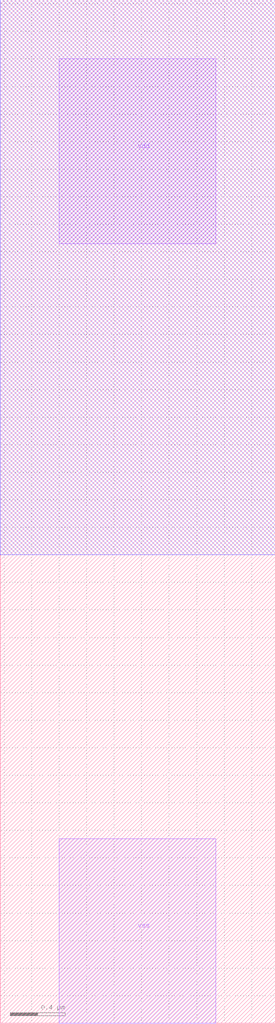
<source format=lef>
VERSION 5.7 ;
  NOWIREEXTENSIONATPIN ON ;
  DIVIDERCHAR "/" ;
  BUSBITCHARS "[]" ;
MACRO fill
  CLASS BLOCK ;
  FOREIGN fill ;
  ORIGIN 0.430 0.000 ;
  SIZE 2.000 BY 7.430 ;
  PIN vdd
    PORT
      LAYER Metal1 ;
        RECT 0.000 5.660 1.140 7.000 ;
    END
  END vdd
  PIN vss
    PORT
      LAYER Metal1 ;
        RECT 0.000 0.000 1.140 1.340 ;
    END
  END vss
  OBS
      LAYER Nwell ;
        RECT -0.430 3.400 1.570 7.430 ;
  END
END fill
END LIBRARY


</source>
